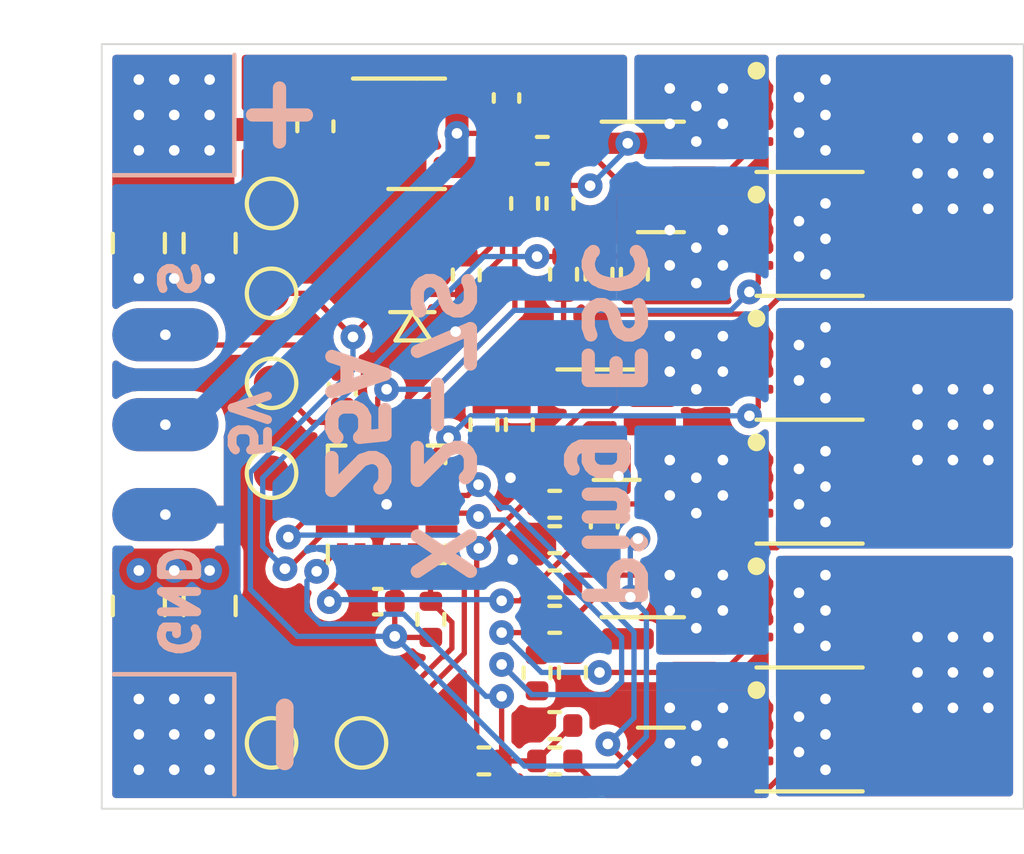
<source format=kicad_pcb>
(kicad_pcb (version 20221018) (generator pcbnew)
  (layers (0 "F.Cu" signal) (1 "In1.Cu" signal) (2 "In2.Cu" signal) (31 "B.Cu" signal) (34 "B.Paste" user) (35 "F.Paste" user) (36 "B.SilkS" user "B.Silkscreen") (37 "F.SilkS" user "F.Silkscreen") (38 "B.Mask" user) (39 "F.Mask" user) (44 "Edge.Cuts" user))
  (net 0 "")
  (net 1 "GND")
  (net 2 "+3.3V")
  (net 3 "VCC")
  (net 4 "+5V")
  (net 5 "Net-(J1-Pin_1)")
  (net 6 "Net-(Q1-B)")
  (net 7 "Net-(Q1-C)")
  (net 8 "/P3")
  (net 9 "Net-(Q3-G)")
  (net 10 "Net-(Q4-B)")
  (net 11 "Net-(Q4-C)")
  (net 12 "/P2")
  (net 13 "Net-(Q5-G)")
  (net 14 "Net-(Q7-B)")
  (net 15 "Net-(Q7-C)")
  (net 16 "/P1")
  (net 17 "Net-(Q8-G)")
  (net 18 "Net-(U1-RSTb{slash}C2CK)")
  (net 19 "Net-(U1-P0.5)")
  (net 20 "Net-(U1-P1.5)")
  (net 21 "Net-(U1-P1.3)")
  (net 22 "Net-(U1-P1.1)")
  (net 23 "sense3")
  (net 24 "senseall")
  (net 25 "sense2")
  (net 26 "sense1")
  (net 27 "Net-(U1-P2.0{slash}C2D)")
  (net 28 "Net-(U1-P0.4)")
  (net 33 "Net-(U2-ON{slash}~{OFF})")
  (footprint "TestPoint:TestPoint_Pad_D1.0mm" (layer "F.Cu") (at 109 70.33)
    (fp_text reference "TP3" hide)
    (fp_text value "p0,5")
  )
  (footprint "Resistor_SMD:R_0402_1005Metric" (layer "F.Cu") (at 114.5 67.27 90)
    (fp_text reference "R21" hide)
    (fp_text value "330")
  )
  (footprint "TestPoint:TestPoint_Pad_D1.0mm" (layer "F.Cu") (at 109 65.25)
    (fp_text reference "TP9" hide)
    (fp_text value "gnd")
  )
  (footprint "Inductor_SMD:L_0402_1005Metric" (layer "F.Cu") (at 108.9375 62.77 90)
    (fp_text reference "FB1" hide)
    (fp_text value "Ferrite")
  )
  (footprint "Resistor_SMD:R_0402_1005Metric" (layer "F.Cu") (at 117.5 78.5 90)
    (fp_text reference "R4" hide)
    (fp_text value "10k")
  )
  (footprint "Resistor_SMD:R_0402_1005Metric" (layer "F.Cu") (at 117 76 180)
    (fp_text reference "R16" hide)
    (fp_text value "10k")
  )
  (footprint "TestPoint:TestPoint_Pad_D1.0mm" (layer "F.Cu") (at 109 80.49)
    (fp_text reference "TP8" hide)
    (fp_text value "rst")
  )
  (footprint "Resistor_SMD:R_0402_1005Metric" (layer "F.Cu") (at 117 81 180)
    (fp_text reference "R17" hide)
    (fp_text value "10k")
  )
  (footprint "DIY:SOD323_bättre (2022_12_20 17_46_41 UTC)" (layer "F.Cu") (at 113 68.87 -90)
    (fp_text reference "D1" hide)
    (fp_text value "D_Zener_Small")
  )
  (footprint "Capacitor_SMD:C_0603_1608Metric" (layer "F.Cu") (at 110.2375 63.07 90)
    (fp_text reference "C5" hide)
    (fp_text value "1µf+")
  )
  (footprint "Resistor_SMD:R_0402_1005Metric" (layer "F.Cu") (at 115 81 180)
    (fp_text reference "R12" hide)
    (fp_text value "10k")
  )
  (footprint "TestPoint:TestPoint_Pad_3.0x3.0mm" (layer "F.Cu") (at 106.25 62.75)
    (fp_text reference "TP4" hide)
    (fp_text value "vcc")
  )
  (footprint "TestPoint:TestPoint_Pad_D1.0mm" (layer "F.Cu") (at 111.54 80.49)
    (fp_text reference "TP6" hide)
    (fp_text value "c2d")
  )
  (footprint "Package_TO_SOT_SMD:SOT-23" (layer "F.Cu") (at 120 64.5)
    (fp_text reference "Q7" hide)
    (fp_text value "BC847")
  )
  (footprint "Capacitor_SMD:C_0805_2012Metric" (layer "F.Cu") (at 105.25 76.62 -90)
    (fp_text reference "C9" hide)
    (fp_text value "22µF")
  )
  (footprint "Resistor_SMD:R_0402_1005Metric" (layer "F.Cu") (at 117.15 65.25 90)
    (fp_text reference "R10" hide)
    (fp_text value "10k")
  )
  (footprint "TestPoint:TestPoint_Pad_D1.0mm" (layer "F.Cu") (at 109 67.79)
    (fp_text reference "TP10" hide)
    (fp_text value "3,3v")
  )
  (footprint "Package_DFN_QFN:DFN-8-1EP_3x3mm_P0.5mm_EP1.65x2.38mm" (layer "F.Cu") (at 124.2 80.25)
    (fp_text reference "Q3" hide)
    (fp_text value "NMOS")
  )
  (footprint "Resistor_SMD:R_0402_1005Metric" (layer "F.Cu") (at 117.25 67.25 -90)
    (fp_text reference "R14" hide)
    (fp_text value "10k")
  )
  (footprint "Resistor_SMD:R_0402_1005Metric" (layer "F.Cu") (at 117 74.75)
    (fp_text reference "R19" hide)
    (fp_text value "2,2k")
  )
  (footprint "Package_TO_SOT_SMD:SOT-23" (layer "F.Cu") (at 118.75 71.5)
    (fp_text reference "Q4" hide)
    (fp_text value "BC847")
  )
  (footprint "Resistor_SMD:R_0402_1005Metric" (layer "F.Cu") (at 115 71.5 90)
    (fp_text reference "R6" hide)
    (fp_text value "1k")
  )
  (footprint "TestPoint:TestPoint_Pad_D1.0mm" (layer "F.Cu") (at 109 72.87)
    (fp_text reference "TP7" hide)
    (fp_text value "p0,4")
  )
  (footprint "Package_DFN_QFN:DFN-8-1EP_3x3mm_P0.5mm_EP1.65x2.38mm" (layer "F.Cu") (at 124.2 62.75)
    (fp_text reference "Q9" hide)
    (fp_text value "PMOS")
  )
  (footprint "Package_DFN_QFN:SiliconLabs_QFN-20-1EP_3x3mm_P0.5mm_EP1.8x1.8mm" (layer "F.Cu") (at 112.25 73.75 90)
    (fp_text reference "U1" hide)
    (fp_text value "EFM8BB10F2A-A-QFN20")
  )
  (footprint "Resistor_SMD:R_0402_1005Metric" (layer "F.Cu") (at 116.5 78.509999 90)
    (fp_text reference "R3" hide)
    (fp_text value "1k")
  )
  (footprint "Package_TO_SOT_SMD:SOT-23" (layer "F.Cu") (at 120 78.5)
    (fp_text reference "Q1" hide)
    (fp_text value "BC847")
  )
  (footprint "Package_TO_SOT_SMD:SOT-23-5" (layer "F.Cu") (at 113.1 63.281459)
    (fp_text reference "U2" hide)
    (fp_text value "LP2985-5.0")
  )
  (footprint "Resistor_SMD:R_0402_1005Metric" (layer "F.Cu") (at 118.4 74.25 90)
    (fp_text reference "R8" hide)
    (fp_text value "100")
  )
  (footprint "Connector_PinHeader_2.54mm:PinHeader_1x03_P2.54mm_Vertical" (layer "F.Cu") (at 106 68.96)
    (fp_text reference "J1" hide)
    (fp_text value "Conn_01x03")
  )
  (footprint "Capacitor_SMD:C_0805_2012Metric" (layer "F.Cu") (at 107.25 66.37 -90)
    (fp_text reference "C2" hide)
    (fp_text value "22µF")
  )
  (footprint "Package_DFN_QFN:DFN-8-1EP_3x3mm_P0.5mm_EP1.65x2.38mm" (layer "F.Cu") (at 124.2 73.249999)
    (fp_text reference "Q6" hide)
    (fp_text value "PMOS")
  )
  (footprint "Resistor_SMD:R_0402_1005Metric" (layer "F.Cu") (at 111 70.5 -90)
    (fp_text reference "R2" hide)
    (fp_text value "1k")
  )
  (footprint "Resistor_SMD:R_0402_1005Metric" (layer "F.Cu") (at 117 73.75 180)
    (fp_text reference "R13" hide)
    (fp_text value "10k")
  )
  (footprint "Resistor_SMD:R_0402_1005Metric" (layer "F.Cu") (at 116 71.5 90)
    (fp_text reference "R7" hide)
    (fp_text value "10k")
  )
  (footprint "Resistor_SMD:R_0402_1005Metric" (layer "F.Cu") (at 117 77 180)
    (fp_text reference "R5" hide)
    (fp_text value "100")
  )
  (footprint "Package_DFN_QFN:DFN-8-1EP_3x3mm_P0.5mm_EP1.65x2.38mm" (layer "F.Cu") (at 124.2 76.75)
    (fp_text reference "Q2" hide)
    (fp_text value "PMOS")
  )
  (footprint "Capacitor_SMD:C_0402_1005Metric" (layer "F.Cu") (at 115.6375 62.27 90)
    (fp_text reference "C6" hide)
    (fp_text value "2,2µf+")
  )
  (footprint "Capacitor_SMD:C_0805_2012Metric" (layer "F.Cu") (at 107.25 76.62 -90)
    (fp_text reference "C4" hide)
    (fp_text value "22µF")
  )
  (footprint "Resistor_SMD:R_0402_1005Metric" (layer "F.Cu") (at 118.25 67.25 90)
    (fp_text reference "R15" hide)
    (fp_text value "10k")
  )
  (footprint "TestPoint:TestPoint_Pad_3.0x3.0mm" (layer "F.Cu") (at 106.25 80.25)
    (fp_text reference "TP5" hide)
    (fp_text value "gnd")
  )
  (footprint "Capacitor_SMD:C_0402_1005Metric" (layer "F.Cu") (at 112 76.5)
    (fp_text reference "C1" hide)
    (fp_text value "100nF")
  )
  (footprint "Capacitor_SMD:C_0805_2012Metric" (layer "F.Cu") (at 105.25 66.37 -90)
    (fp_text reference "C3" hide)
    (fp_text value "22µF")
  )
  (footprint "Package_DFN_QFN:DFN-8-1EP_3x3mm_P0.5mm_EP1.65x2.38mm" (layer "F.Cu") (at 124.2 69.749999)
    (fp_text reference "Q5" hide)
    (fp_text value "NMOS")
  )
  (footprint "Resistor_SMD:R_0402_1005Metric" (layer "F.Cu") (at 113.5 77 90)
    (fp_text reference "R1" hide)
    (fp_text value "1k")
  )
  (footprint "Resistor_SMD:R_0402_1005Metric" (layer "F.Cu") (at 116.65 63.75)
    (fp_text reference "R11" hide)
    (fp_text value "100")
  )
  (footprint "Resistor_SMD:R_0402_1005Metric" (layer "F.Cu") (at 117 80)
    (fp_text reference "R20" hide)
    (fp_text value "2,2k")
  )
  (footprint "Resistor_SMD:R_0402_1005Metric" (layer "F.Cu") (at 119.25 67.25 90)
    (fp_text reference "R18" hide)
    (fp_text value "2,2k")
  )
  (footprint "Package_DFN_QFN:DFN-8-1EP_3x3mm_P0.5mm_EP1.65x2.38mm" (layer "F.Cu") (at 124.2 66.25)
    (fp_text reference "Q8" hide)
    (fp_text value "NMOS")
  )
  (footprint "Resistor_SMD:R_0402_1005Metric" (layer "F.Cu") (at 116.15 65.25 90)
    (fp_text reference "R9" hide)
    (fp_text value "1k")
  )
  (footprint "TestPoint:TestPoint_Pad_3.0x3.0mm" (layer "B.Cu") (at 106.25 62.75 180)
    (fp_text reference "TP1" hide)
    (fp_text value "vcc")
  )
  (footprint "TestPoint:TestPoint_Pad_3.0x3.0mm" (layer "B.Cu") (at 106.25 80.25 180)
    (fp_text reference "TP2" hide)
    (fp_text value "gnd")
  )
  (footprint "Connector_PinHeader_2.54mm:PinHeader_1x03_P2.54mm_Vertical" (layer "B.Cu") (at 106 68.96 180)
    (fp_text reference "J2" hide)
    (fp_text value "Conn_01x03" hide)
  )
  (gr_rect (start 104.2 60.75) (end 130.25 82.35) (stroke (width 0.05)) (fill none) (layer "Edge.Cuts"))
  (gr_text "5V" (at 107.75 71.5 270) (layer "B.SilkS") (effects (font (size 1 1) (thickness 0.25) bold) (justify bottom mirror)))
  (gr_text "-" (at 110.405625 80.25 90) (layer "B.SilkS") (effects (font (size 2 2) (thickness 0.5) bold) (justify bottom mirror)))
  (gr_text "S" (at 105.75 67.37 270) (layer "B.SilkS") (effects (font (size 1 1) (thickness 0.25) bold) (justify bottom mirror)))
  (gr_text "GND" (at 105.75 76.5 270) (layer "B.SilkS") (effects (font (size 1 1) (thickness 0.25) bold) (justify bottom mirror)))
  (gr_text "Ping ESC\n\nX 2-7S\n25A" (at 110.5 71.5 270) (layer "B.SilkS") (effects (font (size 1.5 1.5) (thickness 0.375) bold) (justify bottom mirror)))
  (gr_text "+" (at 110.25 62.75 90) (layer "B.SilkS") (effects (font (size 2 2) (thickness 0.375) bold) (justify bottom mirror)))
  (segment (start 106 74.04) (end 108.13 74.04) (width 0.5) (layer "F.Cu") (net 1))
  (via (at 120.25 80.5) (size 0.7) (drill 0.3) (layers "F.Cu" "B.Cu") (net 1))
  (via (at 121.75 70) (size 0.7) (drill 0.3) (layers "F.Cu" "B.Cu") (net 1))
  (via (at 107.25 81.25) (size 0.7) (drill 0.3) (layers "F.Cu" "B.Cu") (net 1))
  (via (at 115.811589 75.311589) (size 0.7) (drill 0.3) (layers "F.Cu" "B.Cu") (net 1))
  (via (at 118.798773 72.954737) (size 0.7) (drill 0.3) (layers "F.Cu" "B.Cu") (net 1))
  (via (at 106 74.04) (size 0.7) (drill 0.3) (layers "F.Cu" "B.Cu") (net 1))
  (via (at 121.75 80.5) (size 0.7) (drill 0.3) (layers "F.Cu" "B.Cu") (net 1))
  (via (at 121.75 66) (size 0.7) (drill 0.3) (layers "F.Cu" "B.Cu") (net 1))
  (via (at 120.25 70) (size 0.7) (drill 0.3) (layers "F.Cu" "B.Cu") (net 1))
  (via (at 105.25 67.37) (size 0.7) (drill 0.3) (layers "F.Cu" "B.Cu") (net 1))
  (via (at 120.25 69) (size 0.7) (drill 0.3) (layers "F.Cu" "B.Cu") (net 1))
  (via (at 121 67.5) (size 0.7) (drill 0.3) (layers "F.Cu" "B.Cu") (net 1))
  (via (at 114.2 68.87) (size 0.7) (drill 0.3) (layers "F.Cu" "B.Cu") (net 1))
  (via (at 120.25 67) (size 0.7) (drill 0.3) (layers "F.Cu" "B.Cu") (net 1))
  (via (at 120.25 66) (size 0.7) (drill 0.3) (layers "F.Cu" "B.Cu") (net 1))
  (via (at 121 66.5) (size 0.7) (drill 0.3) (layers "F.Cu" "B.Cu") (net 1))
  (via (at 121.75 79.5) (size 0.7) (drill 0.3) (layers "F.Cu" "B.Cu") (net 1))
  (via (at 106.25 79.25) (size 0.7) (drill 0.3) (layers "F.Cu" "B.Cu") (net 1))
  (via (at 115.75 73) (size 0.7) (drill 0.3) (layers "F.Cu" "B.Cu") (net 1))
  (via (at 105.25 80.25) (size 0.7) (drill 0.3) (layers "F.Cu" "B.Cu") (net 1))
  (via (at 121 69.5) (size 0.7) (drill 0.3) (layers "F.Cu" "B.Cu") (net 1))
  (via (at 121.75 69) (size 0.7) (drill 0.3) (layers "F.Cu" "B.Cu") (net 1))
  (via (at 107.25 79.25) (size 0.7) (drill 0.3) (layers "F.Cu" "B.Cu") (net 1))
  (via (at 112.25 73.75) (size 0.7) (drill 0.3) (layers "F.Cu" "B.Cu") (net 1))
  (via (at 121 70.5) (size 0.7) (drill 0.3) (layers "F.Cu" "B.Cu") (net 1))
  (via (at 120.25 79.5) (size 0.7) (drill 0.3) (layers "F.Cu" "B.Cu") (net 1))
  (via (at 105.25 81.25) (size 0.7) (drill 0.3) (layers "F.Cu" "B.Cu") (net 1))
  (via (at 107.25 80.25) (size 0.7) (drill 0.3) (layers "F.Cu" "B.Cu") (net 1))
  (via (at 106.25 80.25) (size 0.7) (drill 0.3) (layers "F.Cu" "B.Cu") (net 1))
  (via (at 107.25 67.37) (size 0.7) (drill 0.3) (layers "F.Cu" "B.Cu") (net 1))
  (via (at 106.25 81.25) (size 0.7) (drill 0.3) (layers "F.Cu" "B.Cu") (net 1))
  (via (at 106.25 67.37) (size 0.7) (drill 0.3) (layers "F.Cu" "B.Cu") (net 1))
  (via (at 121.75 67) (size 0.7) (drill 0.3) (layers "F.Cu" "B.Cu") (net 1))
  (via (at 105.25 79.25) (size 0.7) (drill 0.3) (layers "F.Cu" "B.Cu") (net 1))
  (via (at 121 80) (size 0.7) (drill 0.3) (layers "F.Cu" "B.Cu") (net 1))
  (via (at 121 81) (size 0.7) (drill 0.3) (layers "F.Cu" "B.Cu") (net 1))
  (segment (start 107.87 74.04) (end 107.875 74.045) (width 0.5) (layer "B.Cu") (net 1))
  (segment (start 106 74.04) (end 107.87 74.04) (width 0.5) (layer "B.Cu") (net 1))
  (segment (start 112.51 77.51) (end 113.5 77.51) (width 0.15) (layer "F.Cu") (net 2))
  (segment (start 115.525 66.755) (end 114.5 67.78) (width 0.15) (layer "F.Cu") (net 2))
  (segment (start 119.31 74.76) (end 119.35 74.72) (width 0.15) (layer "F.Cu") (net 2))
  (segment (start 111.3 69.02) (end 110.07 67.79) (width 0.15) (layer "F.Cu") (net 2))
  (segment (start 112.48 77.48) (end 112.48 76.5) (width 0.15) (layer "F.Cu") (net 2))
  (segment (start 116.14 63.75) (end 115.525 64.365) (width 0.15) (layer "F.Cu") (net 2))
  (segment (start 114.46 67.82) (end 114.5 67.78) (width 0.15) (layer "F.Cu") (net 2))
  (segment (start 110.07 67.79) (end 109 67.79) (width 0.15) (layer "F.Cu") (net 2))
  (segment (start 111.3 69.02) (end 111.3 68.97) (width 0.15) (layer "F.Cu") (net 2))
  (segment (start 112.48 77.48) (end 112.51 77.51) (width 0.15) (layer "F.Cu") (net 2))
  (segment (start 115.525 64.365) (end 115.525 66.755) (width 0.15) (layer "F.Cu") (net 2))
  (segment (start 119.135985 76.3745) (end 118.1355 76.3745) (width 0.15) (layer "F.Cu") (net 2))
  (segment (start 112.45 67.82) (end 113.0025 67.82) (width 0.15) (layer "F.Cu") (net 2))
  (segment (start 118.4 74.76) (end 119.31 74.76) (width 0.15) (layer "F.Cu") (net 2))
  (segment (start 111.3 68.97) (end 112.45 67.82) (width 0.15) (layer "F.Cu") (net 2))
  (segment (start 113.0025 67.82) (end 114.46 67.82) (width 0.15) (layer "F.Cu") (net 2))
  (segment (start 118.1355 76.3745) (end 117.51 77) (width 0.15) (layer "F.Cu") (net 2))
  (segment (start 112.5 75.3) (end 112.5 76.27) (width 0.3) (layer "F.Cu") (net 2))
  (via (at 111.3 69.02) (size 0.7) (drill 0.3) (layers "F.Cu" "B.Cu") (net 2))
  (via (at 112.48 77.48) (size 0.7) (drill 0.3) (layers "F.Cu" "B.Cu") (net 2))
  (via (at 119.35 74.72) (size 0.7) (drill 0.3) (layers "F.Cu" "B.Cu") (net 2))
  (via (at 119.135985 76.3745) (size 0.7) (drill 0.3) (layers "F.Cu" "B.Cu") (net 2))
  (segment (start 109.73 77.48) (end 112.48 77.48) (width 0.15) (layer "B.Cu") (net 2))
  (segment (start 111.3 69.02) (end 111.3 69.95) (width 0.15) (layer "B.Cu") (net 2))
  (segment (start 119.589589 76.828104) (end 119.589589 80.314295) (width 0.15) (layer "B.Cu") (net 2))
  (segment (start 118.758884 81.145) (end 116.145 81.145) (width 0.15) (layer "B.Cu") (net 2))
  (segment (start 108.4 72.85) (end 108.4 76.15) (width 0.15) (layer "B.Cu") (net 2))
  (segment (start 108.4 76.15) (end 109.73 77.48) (width 0.15) (layer "B.Cu") (net 2))
  (segment (start 119.135985 74.934015) (end 119.135985 76.3745) (width 0.15) (layer "B.Cu") (net 2))
  (segment (start 111.3 69.95) (end 108.4 72.85) (width 0.15) (layer "B.Cu") (net 2))
  (segment (start 116.145 81.145) (end 112.48 77.48) (width 0.15) (layer "B.Cu") (net 2))
  (segment (start 119.35 74.72) (end 119.135985 74.934015) (width 0.15) (layer "B.Cu") (net 2))
  (segment (start 119.589589 80.314295) (end 118.758884 81.145) (width 0.15) (layer "B.Cu") (net 2))
  (segment (start 119.135985 76.3745) (end 119.589589 76.828104) (width 0.15) (layer "B.Cu") (net 2))
  (segment (start 120.175 62.925) (end 120.25 63) (width 0.15) (layer "F.Cu") (net 3))
  (segment (start 107.25 63.161459) (end 108.843959 63.161459) (width 0.65) (layer "F.Cu") (net 3))
  (via (at 120.25 73.5) (size 0.7) (drill 0.3) (layers "F.Cu" "B.Cu") (net 3))
  (via (at 120.25 72.5) (size 0.7) (drill 0.3) (layers "F.Cu" "B.Cu") (net 3))
  (via (at 121.75 72.5) (size 0.7) (drill 0.3) (layers "F.Cu" "B.Cu") (net 3))
  (via (at 106.25 63.75) (size 0.7) (drill 0.3) (layers "F.Cu" "B.Cu") (net 3))
  (via (at 106.25 62.75) (size 0.7) (drill 0.3) (layers "F.Cu" "B.Cu") (net 3))
  (via (at 105.25 62.75) (size 0.7) (drill 0.3) (layers "F.Cu" "B.Cu") (net 3))
  (via (at 105.25 75.62) (size 0.7) (drill 0.3) (layers "F.Cu" "B.Cu") (net 3))
  (via (at 120.25 62) (size 0.7) (drill 0.3) (layers "F.Cu" "B.Cu") (net 3))
  (via (at 121 76.25) (size 0.7) (drill 0.3) (layers "F.Cu" "B.Cu") (net 3))
  (via (at 106.25 61.75) (size 0.7) (drill 0.3) (layers "F.Cu" "B.Cu") (net 3))
  (via (at 107.25 61.75) (size 0.7) (drill 0.3) (layers "F.Cu" "B.Cu") (net 3))
  (via (at 121.75 62) (size 0.7) (drill 0.3) (layers "F.Cu" "B.Cu") (net 3))
  (via (at 121.75 75.75) (size 0.7) (drill 0.3) (layers "F.Cu" "B.Cu") (net 3))
  (via (at 121 73) (size 0.7) (drill 0.3) (layers "F.Cu" "B.Cu") (net 3))
  (via (at 120.25 75.75) (size 0.7) (drill 0.3) (layers "F.Cu" "B.Cu") (net 3))
  (via (at 121.75 73.5) (size 0.7) (drill 0.3) (layers "F.Cu" "B.Cu") (net 3))
  (via (at 120.25 63) (size 0.7) (drill 0.3) (layers "F.Cu" "B.Cu") (net 3))
  (via (at 121 77.25) (size 0.7) (drill 0.3) (layers "F.Cu" "B.Cu") (net 3))
  (via (at 121 74) (size 0.7) (drill 0.3) (layers "F.Cu" "B.Cu") (net 3))
  (via (at 107.25 62.75) (size 0.7) (drill 0.3) (layers "F.Cu" "B.Cu") (net 3))
  (via (at 107.25 75.62) (size 0.7) (drill 0.3) (layers "F.Cu" "B.Cu") (net 3))
  (via (at 121 63.5) (size 0.7) (drill 0.3) (layers "F.Cu" "B.Cu") (net 3))
  (via (at 120.25 76.75) (size 0.7) (drill 0.3) (layers "F.Cu" "B.Cu") (net 3))
  (via (at 121 62.5) (size 0.7) (drill 0.3) (layers "F.Cu" "B.Cu") (net 3))
  (via (at 105.25 61.75) (size 0.7) (drill 0.3) (layers "F.Cu" "B.Cu") (net 3))
  (via (at 107.25 63.75) (size 0.7) (drill 0.3) (layers "F.Cu" "B.Cu") (net 3))
  (via (at 121.75 76.75) (size 0.7) (drill 0.3) (layers "F.Cu" "B.Cu") (net 3))
  (via (at 121.75 63) (size 0.7) (drill 0.3) (layers "F.Cu" "B.Cu") (net 3))
  (via (at 105.25 63.75) (size 0.7) (drill 0.3) (layers "F.Cu" "B.Cu") (net 3))
  (via (at 106.25 75.62) (size 0.7) (drill 0.3) (layers "F.Cu" "B.Cu") (net 3))
  (segment (start 115.347048 62.75) (end 115.6375 62.75) (width 0.65) (layer "F.Cu") (net 4))
  (segment (start 114.91 66.76) (end 114.5 66.76) (width 0.15) (layer "F.Cu") (net 4))
  (segment (start 115.175 66.495) (end 114.91 66.76) (width 0.15) (layer "F.Cu") (net 4))
  (segment (start 114.2375 63.27) (end 114.951041 63.27) (width 0.15) (layer "F.Cu") (net 4))
  (segment (start 115.052048 62.455) (end 115.347048 62.75) (width 0.65) (layer "F.Cu") (net 4))
  (segment (start 114.951041 63.27) (end 115.175 63.493959) (width 0.15) (layer "F.Cu") (net 4))
  (segment (start 115.175 63.493959) (end 115.175 66.495) (width 0.15) (layer "F.Cu") (net 4))
  (segment (start 114.928507 62.331459) (end 114.9425 62.345452) (width 0.65) (layer "F.Cu") (net 4))
  (segment (start 114.2375 62.331459) (end 114.2375 63.27) (width 0.65) (layer "F.Cu") (net 4))
  (segment (start 114.2375 62.331459) (end 114.928507 62.331459) (width 0.65) (layer "F.Cu") (net 4))
  (via (at 106 71.5) (size 0.7) (drill 0.3) (layers "F.Cu" "B.Cu") (net 4))
  (via (at 114.2375 63.27) (size 0.7) (drill 0.3) (layers "F.Cu" "B.Cu") (net 4))
  (segment (start 114.2375 63.27) (end 114.2375 63.895063) (width 0.65) (layer "B.Cu") (net 4))
  (segment (start 114.2375 63.895063) (end 106.632563 71.5) (width 0.65) (layer "B.Cu") (net 4))
  (segment (start 106.29 69.25) (end 106 68.96) (width 0.15) (layer "F.Cu") (net 5))
  (segment (start 110.25 69.25) (end 106.29 69.25) (width 0.15) (layer "F.Cu") (net 5))
  (segment (start 110.99 69.99) (end 110.25 69.25) (width 0.15) (layer "F.Cu") (net 5))
  (segment (start 111 69.99) (end 110.99 69.99) (width 0.15) (layer "F.Cu") (net 5))
  (via (at 106 68.96) (size 0.7) (drill 0.3) (layers "F.Cu" "B.Cu") (net 5))
  (segment (start 116.5 77.999999) (end 117.490001 77.999999) (width 0.15) (layer "F.Cu") (net 6))
  (segment (start 117.5 77.99) (end 117.94 77.55) (width 0.15) (layer "F.Cu") (net 6))
  (segment (start 117.490001 77.999999) (end 117.5 77.99) (width 0.15) (layer "F.Cu") (net 6))
  (segment (start 117.94 77.55) (end 119.0625 77.55) (width 0.15) (layer "F.Cu") (net 6))
  (segment (start 122.75 77.5) (end 121.75 78.5) (width 0.15) (layer "F.Cu") (net 7))
  (segment (start 118.265089 78.5) (end 118.264589 78.5005) (width 0.15) (layer "F.Cu") (net 7))
  (segment (start 115.5 77.374721) (end 116.115279 77.374721) (width 0.15) (layer "F.Cu") (net 7))
  (segment (start 116.115279 77.374721) (end 116.49 77) (width 0.15) (layer "F.Cu") (net 7))
  (segment (start 120.9375 78.5) (end 118.265089 78.5) (width 0.15) (layer "F.Cu") (net 7))
  (segment (start 121.75 78.5) (end 121 78.5) (width 0.15) (layer "F.Cu") (net 7))
  (via (at 118.264589 78.5005) (size 0.7) (drill 0.3) (layers "F.Cu" "B.Cu") (net 7))
  (via (at 115.5 77.374721) (size 0.7) (drill 0.3) (layers "F.Cu" "B.Cu") (net 7))
  (segment (start 116.625779 78.5005) (end 115.5 77.374721) (width 0.15) (layer "B.Cu") (net 7))
  (segment (start 118.264589 78.5005) (end 116.625779 78.5005) (width 0.15) (layer "B.Cu") (net 7))
  (segment (start 118.485 81.975) (end 122.84 81.975) (width 0.15) (layer "F.Cu") (net 8))
  (segment (start 122.84 81.975) (end 124.2 80.615) (width 0.15) (layer "F.Cu") (net 8))
  (segment (start 117.51 81) (end 118.485 81.975) (width 0.15) (layer "F.Cu") (net 8))
  (segment (start 124.2 80.615) (end 124.2 80.25) (width 0.15) (layer "F.Cu") (net 8))
  (via (at 124.650001 75.75) (size 0.7) (drill 0.3) (layers "F.Cu" "B.Cu") (net 8))
  (via (at 124.65 77.75) (size 0.7) (drill 0.3) (layers "F.Cu" "B.Cu") (net 8))
  (via (at 124.65 76.749999) (size 0.7) (drill 0.3) (layers "F.Cu" "B.Cu") (net 8))
  (via (at 128.25 78.5) (size 0.7) (drill 0.3) (layers "F.Cu" "B.Cu") (net 8))
  (via (at 129.25 77.5) (size 0.7) (drill 0.3) (layers "F.Cu" "B.Cu") (net 8))
  (via (at 124.65 81.249999) (size 0.7) (drill 0.3) (layers "F.Cu" "B.Cu") (net 8))
  (via (at 129.25 78.5) (size 0.7) (drill 0.3) (layers "F.Cu" "B.Cu") (net 8))
  (via (at 124.650001 79.249999) (size 0.7) (drill 0.3) (layers "F.Cu" "B.Cu") (net 8))
  (via (at 123.900002 80.75) (size 0.7) (drill 0.3) (layers "F.Cu" "B.Cu") (net 8))
  (via (at 124.650001 80.25) (size 0.7) (drill 0.3) (layers "F.Cu" "B.Cu") (net 8))
  (via (at 128.25 79.5) (size 0.7) (drill 0.3) (layers "F.Cu" "B.Cu") (net 8))
  (via (at 127.25 78.5) (size 0.7) (drill 0.3) (layers "F.Cu" "B.Cu") (net 8))
  (via (at 123.9 77.25) (size 0.7) (drill 0.3) (layers "F.Cu" "B.Cu") (net 8))
  (via (at 123.9 76.25) (size 0.7) (drill 0.3) (layers "F.Cu" "B.Cu") (net 8))
  (via (at 128.25 77.5) (size 0.7) (drill 0.3) (layers "F.Cu" "B.Cu") (net 8))
  (via (at 129.25 79.5) (size 0.7) (drill 0.3) (layers "F.Cu" "B.Cu") (net 8))
  (via (at 123.9 79.749999) (size 0.7) (drill 0.3) (layers "F.Cu" "B.Cu") (net 8))
  (via (at 127.25 79.5) (size 0.7) (drill 0.3) (layers "F.Cu" "B.Cu") (net 8))
  (via (at 127.25 77.5) (size 0.7) (drill 0.3) (layers "F.Cu" "B.Cu") (net 8))
  (segment (start 122.125 81.625) (end 122.75 81) (width 0.15) (layer "F.Cu") (net 9))
  (segment (start 119.605 81.625) (end 122.125 81.625) (width 0.15) (layer "F.Cu") (net 9))
  (segment (start 114.541099 73.5) (end 113.8 73.5) (width 0.15) (layer "F.Cu") (net 9))
  (segment (start 114.84634 73.194759) (end 114.541099 73.5) (width 0.15) (layer "F.Cu") (net 9))
  (segment (start 118.5 80.52) (end 119.605 81.625) (width 0.15) (layer "F.Cu") (net 9))
  (via (at 118.5 80.52) (size 0.7) (drill 0.3) (layers "F.Cu" "B.Cu") (net 9))
  (via (at 114.84634 73.194759) (size 0.7) (drill 0.3) (layers "F.Cu" "B.Cu") (net 9))
  (segment (start 119.239589 79.780411) (end 119.239589 77.36073) (width 0.15) (layer "B.Cu") (net 9))
  (segment (start 118.5 80.52) (end 119.239589 79.780411) (width 0.15) (layer "B.Cu") (net 9))
  (segment (start 119.239589 77.36073) (end 115.720591 73.841733) (width 0.15) (layer "B.Cu") (net 9))
  (segment (start 115.720591 73.841733) (end 115.493314 73.841733) (width 0.15) (layer "B.Cu") (net 9))
  (segment (start 115.493314 73.841733) (end 114.84634 73.194759) (width 0.15) (layer "B.Cu") (net 9))
  (segment (start 116 70.99) (end 116.44 70.55) (width 0.15) (layer "F.Cu") (net 10))
  (segment (start 115.25 70.99) (end 116 70.99) (width 0.15) (layer "F.Cu") (net 10))
  (segment (start 116.44 70.55) (end 117.8125 70.55) (width 0.15) (layer "F.Cu") (net 10))
  (segment (start 119.423058 71.764442) (end 119.6875 71.5) (width 0.15) (layer "F.Cu") (net 11))
  (segment (start 120.308058 74.625) (end 119.625 73.941942) (width 0.15) (layer "F.Cu") (net 11))
  (segment (start 119.423058 73.74) (end 119.625 73.941942) (width 0.15) (layer "F.Cu") (net 11))
  (segment (start 122.124999 74.625) (end 120.308058 74.625) (width 0.15) (layer "F.Cu") (net 11))
  (segment (start 122.75 73.999999) (end 122.124999 74.625) (width 0.15) (layer "F.Cu") (net 11))
  (segment (start 119.423058 73.74) (end 119.423058 71.764442) (width 0.15) (layer "F.Cu") (net 11))
  (segment (start 118.4 73.74) (end 119.423058 73.74) (width 0.15) (layer "F.Cu") (net 11))
  (segment (start 120.141116 74.975) (end 123.275 74.975) (width 0.15) (layer "F.Cu") (net 12))
  (segment (start 119.366116 75.75) (end 120.141116 74.975) (width 0.15) (layer "F.Cu") (net 12))
  (segment (start 117.51 75.75) (end 119.366116 75.75) (width 0.15) (layer "F.Cu") (net 12))
  (segment (start 123.275 74.975) (end 124.2 74.05) (width 0.15) (layer "F.Cu") (net 12))
  (segment (start 124.2 74.05) (end 124.2 73.249999) (width 0.15) (layer "F.Cu") (net 12))
  (via (at 129.25 70.5) (size 0.7) (drill 0.3) (layers "F.Cu" "B.Cu") (net 12))
  (via (at 129.25 72.5) (size 0.7) (drill 0.3) (layers "F.Cu" "B.Cu") (net 12))
  (via (at 128.25 70.5) (size 0.7) (drill 0.3) (layers "F.Cu" "B.Cu") (net 12))
  (via (at 127.25 71.5) (size 0.7) (drill 0.3) (layers "F.Cu" "B.Cu") (net 12))
  (via (at 129.25 71.5) (size 0.7) (drill 0.3) (layers "F.Cu" "B.Cu") (net 12))
  (via (at 127.25 72.5) (size 0.7) (drill 0.3) (layers "F.Cu" "B.Cu") (net 12))
  (via (at 127.25 70.5) (size 0.7) (drill 0.3) (layers "F.Cu" "B.Cu") (net 12))
  (via (at 124.650001 68.749999) (size 0.7) (drill 0.3) (layers "F.Cu" "B.Cu") (net 12))
  (via (at 124.65 74.249999) (size 0.7) (drill 0.3) (layers "F.Cu" "B.Cu") (net 12))
  (via (at 124.65 73.249999) (size 0.7) (drill 0.3) (layers "F.Cu" "B.Cu") (net 12))
  (via (at 123.9 72.749999) (size 0.7) (drill 0.3) (layers "F.Cu" "B.Cu") (net 12))
  (via (at 124.65 69.75) (size 0.7) (drill 0.3) (layers "F.Cu" "B.Cu") (net 12))
  (via (at 123.900002 69.25) (size 0.7) (drill 0.3) (layers "F.Cu" "B.Cu") (net 12))
  (via (at 123.900001 70.25) (size 0.7) (drill 0.3) (layers "F.Cu" "B.Cu") (net 12))
  (via (at 124.65 70.749999) (size 0.7) (drill 0.3) (layers "F.Cu" "B.Cu") (net 12))
  (via (at 128.25 71.5) (size 0.7) (drill 0.3) (layers "F.Cu" "B.Cu") (net 12))
  (via (at 128.25 72.5) (size 0.7) (drill 0.3) (layers "F.Cu" "B.Cu") (net 12))
  (via (at 123.900001 73.749999) (size 0.7) (drill 0.3) (layers "F.Cu" "B.Cu") (net 12))
  (via (at 124.65 72.249999) (size 0.7) (drill 0.3) (layers "F.Cu" "B.Cu") (net 12))
  (segment (start 114 71.87) (end 113.5 72.37) (width 0.15) (layer "F.Cu") (net 13))
  (segment (start 113.5 72.37) (end 113.5 72.5) (width 0.15) (layer "F.Cu") (net 13))
  (segment (start 122.5 71.25) (end 122.75 71) (width 0.15) (layer "F.Cu") (net 13))
  (segment (start 122.75 71) (end 122.75 70.499999) (width 0.15) (layer "F.Cu") (net 13))
  (via (at 122.5 71.25) (size 0.7) (drill 0.3) (layers "F.Cu" "B.Cu") (net 13))
  (via (at 114 71.87) (size 0.7) (drill 0.3) (layers "F.Cu" "B.Cu") (net 13))
  (segment (start 114.62 71.25) (end 122.5 71.25) (width 0.15) (layer "B.Cu") (net 13))
  (segment (start 114 71.87) (end 114.62 71.25) (width 0.15) (layer "B.Cu") (net 13))
  (segment (start 116 64.74) (end 117.99 64.74) (width 0.15) (layer "F.Cu") (net 14))
  (segment (start 117.99 64.74) (end 118 64.75) (width 0.15) (layer "F.Cu") (net 14))
  (via (at 119.0625 63.55) (size 0.7) (drill 0.3) (layers "F.Cu" "B.Cu") (net 14))
  (via (at 118 64.75) (size 0.7) (drill 0.3) (layers "F.Cu" "B.Cu") (net 14))
  (segment (start 118 64.75) (end 119.0625 63.6875) (width 0.15) (layer "B.Cu") (net 14))
  (segment (start 119.0625 63.6875) (end 119.0625 63.55) (width 0.15) (layer "B.Cu") (net 14))
  (segment (start 117.923959 63.75) (end 118.673959 64.5) (width 0.15) (layer "F.Cu") (net 15))
  (segment (start 118.673959 64.5) (end 120.9375 64.5) (width 0.15) (layer "F.Cu") (net 15))
  (segment (start 121.75 64.5) (end 121 64.5) (width 0.15) (layer "F.Cu") (net 15))
  (segment (start 117.16 63.75) (end 117.923959 63.75) (width 0.15) (layer "F.Cu") (net 15))
  (segment (start 122.75 63.5) (end 121.75 64.5) (width 0.15) (layer "F.Cu") (net 15))
  (segment (start 123.9 67.35) (end 123.9 66.75) (width 0.15) (layer "F.Cu") (net 16))
  (segment (start 122.875 68.375) (end 123.9 67.35) (width 0.15) (layer "F.Cu") (net 16))
  (segment (start 118.865 68.375) (end 122.875 68.375) (width 0.15) (layer "F.Cu") (net 16))
  (segment (start 118.25 67.76) (end 118.865 68.375) (width 0.15) (layer "F.Cu") (net 16))
  (via (at 128.25 64.4) (size 0.7) (drill 0.3) (layers "F.Cu" "B.Cu") (net 16))
  (via (at 127.25 65.4) (size 0.7) (drill 0.3) (layers "F.Cu" "B.Cu") (net 16))
  (via (at 124.650001 67.25) (size 0.7) (drill 0.3) (layers "F.Cu" "B.Cu") (net 16))
  (via (at 128.25 65.4) (size 0.7) (drill 0.3) (layers "F.Cu" "B.Cu") (net 16))
  (via (at 129.25 65.4) (size 0.7) (drill 0.3) (layers "F.Cu" "B.Cu") (net 16))
  (via (at 129.25 64.4) (size 0.7) (drill 0.3) (layers "F.Cu" "B.Cu") (net 16))
  (via (at 128.25 63.4) (size 0.7) (drill 0.3) (layers "F.Cu" "B.Cu") (net 16))
  (via (at 123.9 65.75) (size 0.7) (drill 0.3) (layers "F.Cu" "B.Cu") (net 16))
  (via (at 124.65 65.249999) (size 0.7) (drill 0.3) (layers "F.Cu" "B.Cu") (net 16))
  (via (at 124.65 62.75) (size 0.7) (drill 0.3) (layers "F.Cu" "B.Cu") (net 16))
  (via (at 124.650001 63.75) (size 0.7) (drill 0.3) (layers "F.Cu" "B.Cu") (net 16))
  (via (at 124.65 61.75) (size 0.7) (drill 0.3) (layers "F.Cu" "B.Cu") (net 16))
  (via (at 127.25 63.4) (size 0.7) (drill 0.3) (layers "F.Cu" "B.Cu") (net 16))
  (via (at 129.25 63.4) (size 0.7) (drill 0.3) (layers "F.Cu" "B.Cu") (net 16))
  (via (at 124.650001 66.25) (size 0.7) (drill 0.3) (layers "F.Cu" "B.Cu") (net 16))
  (via (at 123.9 66.75) (size 0.7) (drill 0.3) (layers "F.Cu" "B.Cu") (net 16))
  (via (at 127.25 64.4) (size 0.7) (drill 0.3) (layers "F.Cu" "B.Cu") (net 16))
  (via (at 123.900001 62.25) (size 0.7) (drill 0.3) (layers "F.Cu" "B.Cu") (net 16))
  (via (at 123.900001 63.25) (size 0.7) (drill 0.3) (layers "F.Cu" "B.Cu") (net 16))
  (segment (start 112 70.75) (end 112.25 70.5) (width 0.15) (layer "F.Cu") (net 17))
  (segment (start 122.75 67.5) (end 122.75 67) (width 0.15) (layer "F.Cu") (net 17))
  (segment (start 112 72.2) (end 112 70.75) (width 0.15) (layer "F.Cu") (net 17))
  (segment (start 122.5 67.75) (end 122.75 67.5) (width 0.15) (layer "F.Cu") (net 17))
  (via (at 112.25 70.5) (size 0.7) (drill 0.3) (layers "F.Cu" "B.Cu") (net 17))
  (via (at 122.5 67.75) (size 0.7) (drill 0.3) (layers "F.Cu" "B.Cu") (net 17))
  (segment (start 113.62 70.5) (end 112.25 70.5) (width 0.15) (layer "B.Cu") (net 17))
  (segment (start 115.85 68.27) (end 113.62 70.5) (width 0.15) (layer "B.Cu") (net 17))
  (segment (start 122.5 67.75) (end 121.98 68.27) (width 0.15) (layer "B.Cu") (net 17))
  (segment (start 121.98 68.27) (end 115.85 68.27) (width 0.15) (layer "B.Cu") (net 17))
  (segment (start 113.49 75.79) (end 113 75.3) (width 0.15) (layer "F.Cu") (net 18))
  (segment (start 109.775 79.715) (end 109 80.49) (width 0.15) (layer "F.Cu") (net 18))
  (segment (start 113.854828 78.055) (end 113.815 78.055) (width 0.15) (layer "F.Cu") (net 18))
  (segment (start 113.49 76.5) (end 113.49 75.79) (width 0.15) (layer "F.Cu") (net 18))
  (segment (start 113.815 78.055) (end 112.155 79.715) (width 0.15) (layer "F.Cu") (net 18))
  (segment (start 112.155 79.715) (end 109.775 79.715) (width 0.15) (layer "F.Cu") (net 18))
  (segment (start 114.095 77.085) (end 114.095 77.814828) (width 0.15) (layer "F.Cu") (net 18))
  (segment (start 113.5 76.49) (end 114.095 77.085) (width 0.15) (layer "F.Cu") (net 18))
  (segment (start 114.095 77.814828) (end 113.854828 78.055) (width 0.15) (layer "F.Cu") (net 18))
  (segment (start 109 70.29) (end 110.145 71.435) (width 0.15) (layer "F.Cu") (net 19))
  (segment (start 110.145 71.435) (end 110.575 71.435) (width 0.15) (layer "F.Cu") (net 19))
  (segment (start 110.575 71.435) (end 110.575 72.875) (width 0.15) (layer "F.Cu") (net 19))
  (segment (start 110.575 72.875) (end 110.7 73) (width 0.15) (layer "F.Cu") (net 19))
  (segment (start 111 71.01) (end 110.575 71.435) (width 0.15) (layer "F.Cu") (net 19))
  (segment (start 116.245779 79.019999) (end 116.5 79.019999) (width 0.15) (layer "F.Cu") (net 20))
  (segment (start 114.776216 74.191733) (end 114.584483 74) (width 0.15) (layer "F.Cu") (net 20))
  (segment (start 114.584483 74) (end 113.8 74) (width 0.15) (layer "F.Cu") (net 20))
  (segment (start 115.500003 78.274223) (end 116.245779 79.019999) (width 0.15) (layer "F.Cu") (net 20))
  (via (at 115.500003 78.274223) (size 0.7) (drill 0.3) (layers "F.Cu" "B.Cu") (net 20))
  (via (at 114.84634 74.094262) (size 0.7) (drill 0.3) (layers "F.Cu" "B.Cu") (net 20))
  (segment (start 118.889589 78.759384) (end 118.523973 79.125) (width 0.15) (layer "B.Cu") (net 20))
  (segment (start 118.889589 77.505704) (end 118.889589 78.759384) (width 0.15) (layer "B.Cu") (net 20))
  (segment (start 116.35078 79.125) (end 115.500003 78.274223) (width 0.15) (layer "B.Cu") (net 20))
  (segment (start 118.523973 79.125) (end 116.35078 79.125) (width 0.15) (layer "B.Cu") (net 20))
  (segment (start 115.575617 74.191733) (end 118.889589 77.505704) (width 0.15) (layer "B.Cu") (net 20))
  (segment (start 114.776216 74.191733) (end 115.575617 74.191733) (width 0.15) (layer "B.Cu") (net 20))
  (segment (start 114.01 73) (end 115 72.01) (width 0.15) (layer "F.Cu") (net 21))
  (segment (start 116 65.76) (end 115.875 65.885) (width 0.15) (layer "F.Cu") (net 22))
  (segment (start 112.5 71.62) (end 112.5 72.2) (width 0.15) (layer "F.Cu") (net 22))
  (segment (start 115.875 65.885) (end 115.875 68.245) (width 0.15) (layer "F.Cu") (net 22))
  (segment (start 115.875 68.245) (end 112.5 71.62) (width 0.15) (layer "F.Cu") (net 22))
  (segment (start 117.49 80) (end 116.49 81) (width 0.15) (layer "F.Cu") (net 23))
  (segment (start 117.51 80) (end 117.49 80) (width 0.15) (layer "F.Cu") (net 23))
  (segment (start 116.49 81) (end 115.51 81) (width 0.15) (layer "F.Cu") (net 23))
  (segment (start 115.499989 80.989989) (end 115.51 81) (width 0.15) (layer "F.Cu") (net 23))
  (segment (start 115.499989 79.173725) (end 115.499989 80.989989) (width 0.15) (layer "F.Cu") (net 23))
  (segment (start 110.916804 75) (end 111 75) (width 0.15) (layer "F.Cu") (net 23))
  (segment (start 110.273402 75.643402) (end 110.916804 75) (width 0.15) (layer "F.Cu") (net 23))
  (via (at 110.273402 75.643402) (size 0.7) (drill 0.3) (layers "F.Cu" "B.Cu") (net 23))
  (via (at 115.499989 79.173725) (size 0.7) (drill 0.3) (layers "F.Cu" "B.Cu") (net 23))
  (segment (start 110 75.916804) (end 110 76.75) (width 0.15) (layer "B.Cu") (net 23))
  (segment (start 112.738884 76.855) (end 115.057609 79.173725) (width 0.15) (layer "B.Cu") (net 23))
  (segment (start 115.057609 79.173725) (end 115.499989 79.173725) (width 0.15) (layer "B.Cu") (net 23))
  (segment (start 110.273402 75.643402) (end 110 75.916804) (width 0.15) (layer "B.Cu") (net 23))
  (segment (start 111.946116 77.13) (end 112.221116 76.855) (width 0.15) (layer "B.Cu") (net 23))
  (segment (start 110.38 77.13) (end 111.946116 77.13) (width 0.15) (layer "B.Cu") (net 23))
  (segment (start 112.221116 76.855) (end 112.738884 76.855) (width 0.15) (layer "B.Cu") (net 23))
  (segment (start 110 76.75) (end 110.38 77.13) (width 0.15) (layer "B.Cu") (net 23))
  (segment (start 117.798959 71.125) (end 116.49 72.433959) (width 0.15) (layer "F.Cu") (net 24))
  (segment (start 110.7 74) (end 110.149744 74) (width 0.15) (layer "F.Cu") (net 24))
  (segment (start 117.25 67.76) (end 117.25 68.648959) (width 0.15) (layer "F.Cu") (net 24))
  (segment (start 114.49 81) (end 114.795 80.695) (width 0.15) (layer "F.Cu") (net 24))
  (segment (start 114.795 80.695) (end 114.795 75.051421) (width 0.15) (layer "F.Cu") (net 24))
  (segment (start 118.825 70.223959) (end 118.825 70.876041) (width 0.15) (layer "F.Cu") (net 24))
  (segment (start 118.825 70.876041) (end 118.576041 71.125) (width 0.15) (layer "F.Cu") (net 24))
  (segment (start 116.49 72.433959) (end 116.49 73.75) (width 0.15) (layer "F.Cu") (net 24))
  (segment (start 117.25 68.648959) (end 118.825 70.223959) (width 0.15) (layer "F.Cu") (net 24))
  (segment (start 110.149744 74) (end 109.474026 74.675718) (width 0.15) (layer "F.Cu") (net 24))
  (segment (start 114.795 75.051421) (end 116.096421 73.75) (width 0.15) (layer "F.Cu") (net 24))
  (segment (start 116.096421 73.75) (end 116.49 73.75) (width 0.15) (layer "F.Cu") (net 24))
  (segment (start 118.576041 71.125) (end 117.798959 71.125) (width 0.15) (layer "F.Cu") (net 24))
  (via (at 114.852679 74.993742) (size 0.7) (drill 0.3) (layers "F.Cu" "B.Cu") (net 24))
  (via (at 109.474026 74.675718) (size 0.7) (drill 0.3) (layers "F.Cu" "B.Cu") (net 24))
  (segment (start 114.77931 75.141687) (end 114.257623 74.62) (width 0.15) (layer "B.Cu") (net 24))
  (segment (start 109.529744 74.62) (end 109.474026 74.675718) (width 0.15) (layer "B.Cu") (net 24))
  (segment (start 114.257623 74.62) (end 109.529744 74.62) (width 0.15) (layer "B.Cu") (net 24))
  (segment (start 117.51 73.75) (end 117.51 74.75) (width 0.15) (layer "F.Cu") (net 25))
  (segment (start 115.5 76.475218) (end 116.014782 76.475218) (width 0.15) (layer "F.Cu") (net 25))
  (segment (start 116.5 76) (end 116.49 76) (width 0.15) (layer "F.Cu") (net 25))
  (segment (start 116.014782 76.475218) (end 116.49 76) (width 0.15) (layer "F.Cu") (net 25))
  (segment (start 117.51 74.75) (end 117.51 74.99) (width 0.15) (layer "F.Cu") (net 25))
  (segment (start 110.631589 76.168411) (end 111.5 75.3) (width 0.15) (layer "F.Cu") (net 25))
  (segment (start 110.631589 76.498411) (end 110.631589 76.168411) (width 0.15) (layer "F.Cu") (net 25))
  (segment (start 117.51 74.99) (end 116.5 76) (width 0.15) (layer "F.Cu") (net 25))
  (via (at 110.631589 76.498411) (size 0.7) (drill 0.3) (layers "F.Cu" "B.Cu") (net 25))
  (via (at 115.5 76.475218) (size 0.7) (drill 0.3) (layers "F.Cu" "B.Cu") (net 25))
  (segment (start 115.466949 76.442167) (end 115.5 76.475218) (width 0.15) (layer "B.Cu") (net 25))
  (segment (start 110.687833 76.442167) (end 115.466949 76.442167) (width 0.15) (layer "B.Cu") (net 25))
  (segment (start 110.631589 76.498411) (end 110.687833 76.442167) (width 0.15) (layer "B.Cu") (net 25))
  (segment (start 116.5 66.75) (end 117.24 66.75) (width 0.15) (layer "F.Cu") (net 26))
  (segment (start 117.24 66.75) (end 117.25 66.74) (width 0.15) (layer "F.Cu") (net 26))
  (segment (start 110.532922 74.5) (end 110.7 74.5) (width 0.15) (layer "F.Cu") (net 26))
  (segment (start 109.462975 75.569947) (end 110.532922 74.5) (width 0.15) (layer "F.Cu") (net 26))
  (segment (start 117.25 66.74) (end 119.25 66.74) (width 0.15) (layer "F.Cu") (net 26))
  (segment (start 109.376764 75.569947) (end 109.462975 75.569947) (width 0.15) (layer "F.Cu") (net 26))
  (via (at 109.376764 75.569947) (size 0.7) (drill 0.3) (layers "F.Cu" "B.Cu") (net 26))
  (via (at 116.5 66.75) (size 0.7) (drill 0.3) (layers "F.Cu" "B.Cu") (net 26))
  (segment (start 115 66.75) (end 116.5 66.75) (width 0.15) (layer "B.Cu") (net 26))
  (segment (start 109.376764 75.569947) (end 108.75 74.943183) (width 0.15) (layer "B.Cu") (net 26))
  (segment (start 108.75 73) (end 115 66.75) (width 0.15) (layer "B.Cu") (net 26))
  (segment (start 108.75 74.943183) (end 108.75 73) (width 0.15) (layer "B.Cu") (net 26))
  (segment (start 111.914802 80.49) (end 114.445 77.959802) (width 0.15) (layer "F.Cu") (net 27))
  (segment (start 114.445 77.959802) (end 114.445 75.945) (width 0.15) (layer "F.Cu") (net 27))
  (segment (start 114.445 75.945) (end 113.5 75) (width 0.15) (layer "F.Cu") (net 27))
  (segment (start 111.54 80.49) (end 111.914802 80.49) (width 0.15) (layer "F.Cu") (net 27))
  (segment (start 110.7 73.5) (end 109.67 73.5) (width 0.15) (layer "F.Cu") (net 28))
  (segment (start 109.67 73.5) (end 109 72.83) (width 0.15) (layer "F.Cu") (net 28))
  (segment (start 112.899999 62.892918) (end 112.33854 62.331459) (width 0.15) (layer "F.Cu") (net 33))
  (segment (start 110.2275 62.285) (end 110.2375 62.295) (width 0.5) (layer "F.Cu") (net 33))
  (segment (start 108.9375 62.285) (end 110.2275 62.285) (width 0.65) (layer "F.Cu") (net 33))
  (segment (start 110.2375 62.295) (end 111.926041 62.295) (width 0.65) (layer "F.Cu") (net 33))
  (segment (start 111.926041 62.295) (end 111.9625 62.331459) (width 0.5) (layer "F.Cu") (net 33))
  (segment (start 112.899999 63.67) (end 112.899999 62.892918) (width 0.15) (layer "F.Cu") (net 33))
  (segment (start 112.33854 64.231459) (end 112.899999 63.67) (width 0.15) (layer "F.Cu") (net 33))
  (zone (net 3) (net_name "VCC") (layer "F.Cu") (priority 3) (connect_pads yes (clearance 0.2)) (min_thickness 0.2) (fill yes (thermal_gap 0.5) (thermal_bridge_width 0.5))
    (polygon (pts (xy 104.5 75) (xy 104.5 76.25) (xy 108 76.25) (xy 108 75)))
  )
  (zone (net 3) (net_name "VCC") (layer "F.Cu") (priority 3) (connect_pads yes (clearance 0.2)) (min_thickness 0.2) (fill yes (thermal_gap 0.5) (thermal_bridge_width 0.5))
    (polygon (pts (xy 104.5 61.05) (xy 104.5 66.25) (xy 107.95 66.25) (xy 107.95 61.05)))
  )
  (zone (net 1) (net_name "GND") (layers "F.Cu" "In1.Cu" "B.Cu") (connect_pads yes (clearance 0.2)) (min_thickness 0.2) (fill yes (thermal_gap 0.5) (thermal_bridge_width 0.5))
    (polygon (pts (xy 130.25 60.25) (xy 104.25 60.25) (xy 104.2 82.35) (xy 130.2 82.35)))
  )
  (zone (net 0) (net_name "") (layers "F.Cu" "In1.Cu" "B.Cu") (connect_pads yes (clearance 0)) (min_thickness 0.2)
    (keepout (tracks allowed) (vias allowed) (pads allowed) (copperpour not_allowed) (footprints allowed))
    (fill (thermal_gap 0.5) (thermal_bridge_width 0.5))
    (polygon (pts (xy 104.25 71.915) (xy 107.65 71.915) (xy 107.65 73.665) (xy 107.65 74.415) (xy 107.65 74.915) (xy 104.25 74.915)))
  )
  (zone (net 3) (net_name "VCC") (layers "F&B.Cu") (priority 2) (connect_pads yes (clearance 0.2)) (min_thickness 0.2) (fill yes (thermal_gap 0.5) (thermal_bridge_width 0.5))
    (polygon (pts (xy 123.25 60.75) (xy 119.25 60.75) (xy 119.25 64) (xy 123.25 64)))
  )
  (zone (net 1) (net_name "GND") (layers "F&B.Cu") (priority 1) (connect_pads yes (clearance 0.2)) (min_thickness 0.2) (fill yes (thermal_gap 0.5) (thermal_bridge_width 0.5))
    (polygon (pts (xy 118.25 79) (xy 123.25 79) (xy 123.25 82) (xy 118.25 82)))
  )
  (zone (net 8) (net_name "/P3") (layers "F&B.Cu") (priority 5) (connect_pads yes (clearance 0.2)) (min_thickness 0.2) (fill yes (thermal_gap 0.5) (thermal_bridge_width 0.5))
    (polygon (pts (xy 123.25 75) (xy 130 75) (xy 130 82) (xy 123.25 82)))
  )
  (zone (net 16) (net_name "/P1") (layers "F&B.Cu") (priority 7) (connect_pads yes (clearance 0.2)) (min_thickness 0.2) (fill yes (thermal_gap 0.5) (thermal_bridge_width 0.5))
    (polygon (pts (xy 123.25 61) (xy 130 61) (xy 130 68) (xy 123.25 68)))
  )
  (zone (net 12) (net_name "/P2") (layers "F&B.Cu") (priority 6) (connect_pads yes (clearance 0.2)) (min_thickness 0.22) (fill yes (thermal_gap 0.5) (thermal_bridge_width 0.5))
    (polygon (pts (xy 123.25 68) (xy 130 68) (xy 130 75) (xy 123.25 75)))
  )
  (zone (net 1) (net_name "GND") (layers "F&B.Cu") (priority 1) (connect_pads yes (clearance 0.2)) (min_thickness 0.2) (fill yes (thermal_gap 0.5) (thermal_bridge_width 0.5))
    (polygon (pts (xy 118.75 65) (xy 123.25 65) (xy 123.25 71) (xy 118.75 71)))
  )
  (zone (net 3) (net_name "VCC") (layers "F&B.Cu") (priority 2) (connect_pads yes (clearance 0.2)) (min_thickness 0.2) (fill yes (thermal_gap 0.5) (thermal_bridge_width 0.5))
    (polygon (pts (xy 123.5 71) (xy 119.25 71) (xy 119.25 78) (xy 123.5 78)))
  )
  (zone (net 3) (net_name "VCC") (layer "B.Cu") (priority 4) (connect_pads yes (clearance 0.2)) (min_thickness 0.2) (fill yes (thermal_gap 0.5) (thermal_bridge_width 0.5))
    (polygon (pts (xy 108 60.75) (xy 108 64.5) (xy 104.25 64.5) (xy 104.25 60.75)))
  )
)
</source>
